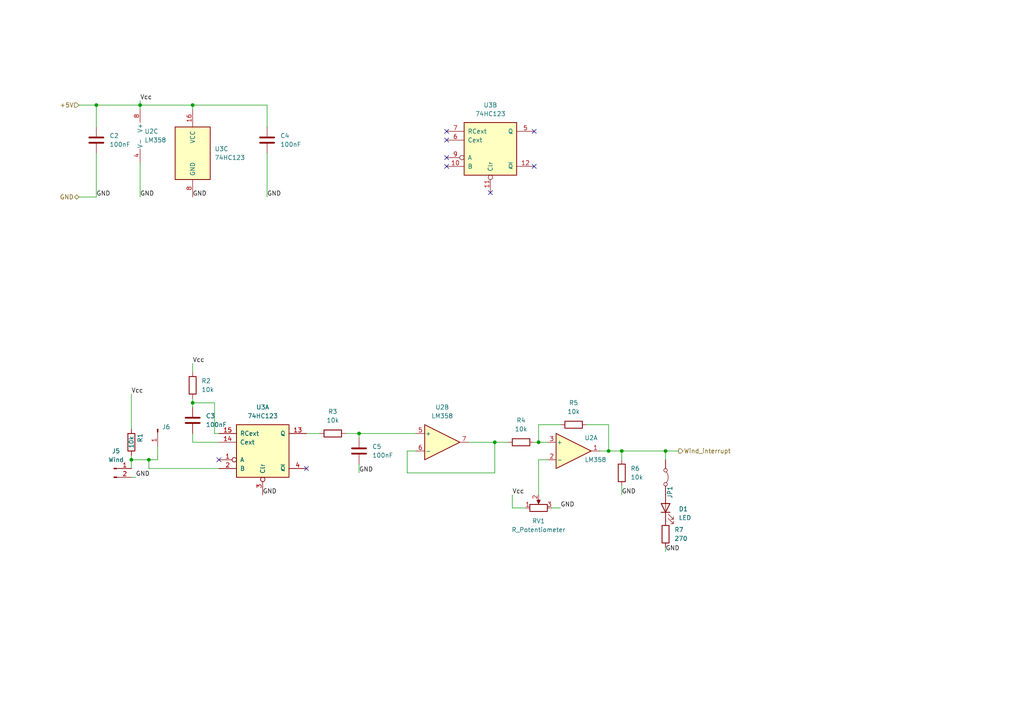
<source format=kicad_sch>
(kicad_sch (version 20231120) (generator "eeschema") (generator_version "8.0")
  (paper "A4")
  (title_block (title "Wind handler") (date "2024-04-17") (rev "1.0"))
  (lib_symbols
    (symbol "74xx:74HC123" (pin_names (offset 1.016))
      (property "Reference" "U" (at -7.62 8.89 0))
      (property "Value" "74HC123" (at -7.62 -8.89 0))
      (symbol "74HC123_1_0"
        (pin input inverted (at -12.7 -2.54 0) (length 5.08) (name "A") (number "1"))
        (pin output line (at 12.7 5.08 180) (length 5.08) (name "Q") (number "13"))
        (pin input line (at -12.7 2.54 0) (length 5.08) (name "Cext") (number "14"))
        (pin input line (at -12.7 5.08 0) (length 5.08) (name "RCext") (number "15"))
        (pin input line (at -12.7 -5.08 0) (length 5.08) (name "B") (number "2"))
        (pin input inverted (at 0 -12.7 90) (length 5.08) (name "Clr") (number "3"))
        (pin output line (at 12.7 -5.08 180) (length 5.08) (name "~{Q}") (number "4"))
      )
      (symbol "74HC123_1_1"
        (rectangle (start -7.62 7.62) (end 7.62 -7.62) (stroke (width 0.254)) (fill (type background)))
      )
      (symbol "74HC123_2_0"
        (pin input line (at -12.7 -5.08 0) (length 5.08) (name "B") (number "10"))
        (pin input inverted (at 0 -12.7 90) (length 5.08) (name "Clr") (number "11"))
        (pin output line (at 12.7 -5.08 180) (length 5.08) (name "~{Q}") (number "12"))
        (pin output line (at 12.7 5.08 180) (length 5.08) (name "Q") (number "5"))
        (pin input line (at -12.7 2.54 0) (length 5.08) (name "Cext") (number "6"))
        (pin input line (at -12.7 5.08 0) (length 5.08) (name "RCext") (number "7"))
        (pin input inverted (at -12.7 -2.54 0) (length 5.08) (name "A") (number "9"))
      )
      (symbol "74HC123_2_1"
        (rectangle (start -7.62 7.62) (end 7.62 -7.62) (stroke (width 0.254)) (fill (type background)))
      )
      (symbol "74HC123_3_0"
        (pin power_in line (at 0 12.7 270) (length 5.08) (name "VCC") (number "16"))
        (pin power_in line (at 0 -12.7 90) (length 5.08) (name "GND") (number "8"))
      )
      (symbol "74HC123_3_1"
        (rectangle (start -5.08 7.62) (end 5.08 -7.62) (stroke (width 0.254)) (fill (type background)))
      )
    )
    (symbol "Amplifier_Operational:LM358" (pin_names (offset 0.127))
      (property "Reference" "U" (at 0 5.08 0))
      (property "Value" "LM358" (at 0 -5.08 0))
      (symbol "LM358_1_1"
        (polyline (pts (xy -5.08 5.08) (xy 5.08 0) (xy -5.08 -5.08) (xy -5.08 5.08)) (stroke (width 0.254)) (fill (type background)))
        (pin output line (at 7.62 0 180) (length 2.54) (name "~") (number "1"))
        (pin input line (at -7.62 -2.54 0) (length 2.54) (name "-") (number "2"))
        (pin input line (at -7.62 2.54 0) (length 2.54) (name "+") (number "3"))
      )
      (symbol "LM358_2_1"
        (polyline (pts (xy -5.08 5.08) (xy 5.08 0) (xy -5.08 -5.08) (xy -5.08 5.08)) (stroke (width 0.254)) (fill (type background)))
        (pin input line (at -7.62 2.54 0) (length 2.54) (name "+") (number "5"))
        (pin input line (at -7.62 -2.54 0) (length 2.54) (name "-") (number "6"))
        (pin output line (at 7.62 0 180) (length 2.54) (name "~") (number "7"))
      )
      (symbol "LM358_3_1"
        (pin power_in line (at -2.54 -7.62 90) (length 3.81) (name "V-") (number "4"))
        (pin power_in line (at -2.54 7.62 270) (length 3.81) (name "V+") (number "8"))
      )
    )
    (symbol "Connector:Conn_01x01_Pin" (pin_names (offset 1.016) hide)
      (property "Reference" "J" (at 0 2.54 0))
      (property "Value" "Conn_01x01_Pin" (at 0 -2.54 0))
      (symbol "Conn_01x01_Pin_1_1"
        (polyline (pts (xy 1.27 0) (xy 0.8636 0)) (stroke (width 0.1524)))
        (rectangle (start 0.8636 0.127) (end 0 -0.127) (stroke (width 0.1524)) (fill (type outline)))
        (pin passive line (at 5.08 0 180) (length 3.81) (name "Pin_1") (number "1"))
      )
    )
    (symbol "Connector:Conn_01x02_Pin" (pin_names (offset 1.016) hide)
      (property "Reference" "J" (at 0 2.54 0))
      (property "Value" "Conn_01x02_Pin" (at 0 -5.08 0))
      (symbol "Conn_01x02_Pin_1_1"
        (polyline (pts (xy 1.27 -2.54) (xy 0.8636 -2.54)) (stroke (width 0.1524)))
        (polyline (pts (xy 1.27 0) (xy 0.8636 0)) (stroke (width 0.1524)))
        (rectangle (start 0.8636 -2.413) (end 0 -2.667) (stroke (width 0.1524)) (fill (type outline)))
        (rectangle (start 0.8636 0.127) (end 0 -0.127) (stroke (width 0.1524)) (fill (type outline)))
        (pin passive line (at 5.08 0 180) (length 3.81) (name "Pin_1") (number "1"))
        (pin passive line (at 5.08 -2.54 180) (length 3.81) (name "Pin_2") (number "2"))
      )
    )
    (symbol "Device:C" (pin_numbers hide) (pin_names (offset 0.254))
      (property "Reference" "C" (at 0.635 2.54 0))
      (property "Value" "C" (at 0.635 -2.54 0))
      (symbol "C_0_1"
        (polyline (pts (xy -2.032 -0.762) (xy 2.032 -0.762)) (stroke (width 0.508)))
        (polyline (pts (xy -2.032 0.762) (xy 2.032 0.762)) (stroke (width 0.508)))
      )
      (symbol "C_1_1"
        (pin passive line (at 0 3.81 270) (length 2.794) (name "~") (number "1"))
        (pin passive line (at 0 -3.81 90) (length 2.794) (name "~") (number "2"))
      )
    )
    (symbol "Device:LED" (pin_numbers hide) (pin_names (offset 1.016) hide)
      (property "Reference" "D" (at 0 2.54 0))
      (property "Value" "LED" (at 0 -2.54 0))
      (symbol "LED_0_1"
        (polyline (pts (xy -1.27 -1.27) (xy -1.27 1.27)) (stroke (width 0.254)))
        (polyline (pts (xy -1.27 0) (xy 1.27 0)))
        (polyline (pts (xy 1.27 -1.27) (xy 1.27 1.27) (xy -1.27 0) (xy 1.27 -1.27)) (stroke (width 0.254)))
        (polyline (pts (xy -3.048 -0.762) (xy -4.572 -2.286) (xy -3.81 -2.286) (xy -4.572 -2.286) (xy -4.572 -1.524)))
        (polyline (pts (xy -1.778 -0.762) (xy -3.302 -2.286) (xy -2.54 -2.286) (xy -3.302 -2.286) (xy -3.302 -1.524)))
      )
      (symbol "LED_1_1"
        (pin passive line (at -3.81 0 0) (length 2.54) (name "K") (number "1"))
        (pin passive line (at 3.81 0 180) (length 2.54) (name "A") (number "2"))
      )
    )
    (symbol "Device:R" (pin_numbers hide) (pin_names (offset 0))
      (property "Reference" "R" (at 2.032 0 90))
      (property "Value" "R" (at 0 0 90))
      (symbol "R_0_1"
        (rectangle (start -1.016 -2.54) (end 1.016 2.54) (stroke (width 0.254)))
      )
      (symbol "R_1_1"
        (pin passive line (at 0 3.81 270) (length 1.27) (name "~") (number "1"))
        (pin passive line (at 0 -3.81 90) (length 1.27) (name "~") (number "2"))
      )
    )
    (symbol "Device:R_Potentiometer" (pin_names (offset 1.016) hide)
      (property "Reference" "RV" (at -4.445 0 90))
      (property "Value" "R_Potentiometer" (at -2.54 0 90))
      (symbol "R_Potentiometer_0_1"
        (polyline (pts (xy 2.54 0) (xy 1.524 0)))
        (polyline (pts (xy 1.143 0) (xy 2.286 0.508) (xy 2.286 -0.508) (xy 1.143 0)) (fill (type outline)))
        (rectangle (start 1.016 2.54) (end -1.016 -2.54) (stroke (width 0.254)))
      )
      (symbol "R_Potentiometer_1_1"
        (pin passive line (at 0 3.81 270) (length 1.27) (name "1") (number "1"))
        (pin passive line (at 3.81 0 180) (length 1.27) (name "2") (number "2"))
        (pin passive line (at 0 -3.81 90) (length 1.27) (name "3") (number "3"))
      )
    )
    (symbol "Jumper:Jumper_2_Bridged" (pin_numbers hide) (pin_names (offset 0) hide) (exclude_from_sim yes)
      (property "Reference" "JP" (at 0 1.905 0))
      (property "Value" "Jumper_2_Bridged" (at 0 -2.54 0))
      (symbol "Jumper_2_Bridged_0_0"
        (circle (center -2.032 0) (radius 0.508))
        (circle (center 2.032 0) (radius 0.508))
      )
      (symbol "Jumper_2_Bridged_0_1"
        (arc (start 1.524 0.254) (mid 0 0.762) (end -1.524 0.254))
      )
      (symbol "Jumper_2_Bridged_1_1"
        (pin passive line (at -5.08 0 0) (length 2.54) (name "A") (number "1"))
        (pin passive line (at 5.08 0 180) (length 2.54) (name "B") (number "2"))
      )
    )
  )
  (junction (at 156.21 128.27))
  (junction (at 55.88 30.48))
  (junction (at 43.18 133.35))
  (junction (at 180.34 130.81))
  (junction (at 55.88 116.84))
  (junction (at 104.14 125.73))
  (junction (at 193.04 130.81))
  (junction (at 38.1 133.35))
  (junction (at 40.64 30.48))
  (junction (at 27.94 30.48))
  (junction (at 176.53 130.81))
  (junction (at 143.51 128.27))
  (no_connect (at 129.54 38.1))
  (no_connect (at 142.24 55.88))
  (no_connect (at 154.94 48.26))
  (no_connect (at 154.94 38.1))
  (no_connect (at 129.54 40.64))
  (no_connect (at 129.54 48.26))
  (no_connect (at 88.9 135.89))
  (no_connect (at 129.54 45.72))
  (no_connect (at 63.5 133.35))
  (wire (pts (xy 143.51 128.27) (xy 147.32 128.27)))
  (wire (pts (xy 148.59 147.32) (xy 152.4 147.32)))
  (wire (pts (xy 176.53 123.19) (xy 176.53 130.81)))
  (wire (pts (xy 104.14 125.73) (xy 120.65 125.73)))
  (wire (pts (xy 104.14 125.73) (xy 104.14 127)))
  (wire (pts (xy 120.65 130.81) (xy 118.11 130.81)))
  (wire (pts (xy 162.56 123.19) (xy 156.21 123.19)))
  (wire (pts (xy 55.88 31.75) (xy 55.88 30.48)))
  (wire (pts (xy 43.18 133.35) (xy 45.72 133.35)))
  (wire (pts (xy 193.04 158.75) (xy 193.04 160.02)))
  (wire (pts (xy 40.64 30.48) (xy 55.88 30.48)))
  (wire (pts (xy 143.51 137.16) (xy 143.51 128.27)))
  (wire (pts (xy 118.11 130.81) (xy 118.11 137.16)))
  (wire (pts (xy 38.1 133.35) (xy 43.18 133.35)))
  (wire (pts (xy 180.34 133.35) (xy 180.34 130.81)))
  (wire (pts (xy 27.94 44.45) (xy 27.94 57.15)))
  (wire (pts (xy 55.88 105.41) (xy 55.88 107.95)))
  (wire (pts (xy 38.1 133.35) (xy 38.1 135.89)))
  (wire (pts (xy 55.88 115.57) (xy 55.88 116.84)))
  (wire (pts (xy 156.21 123.19) (xy 156.21 128.27)))
  (wire (pts (xy 77.47 44.45) (xy 77.47 57.15)))
  (wire (pts (xy 180.34 130.81) (xy 193.04 130.81)))
  (wire (pts (xy 38.1 132.08) (xy 38.1 133.35)))
  (wire (pts (xy 143.51 128.27) (xy 135.89 128.27)))
  (wire (pts (xy 62.23 125.73) (xy 62.23 116.84)))
  (wire (pts (xy 22.86 57.15) (xy 27.94 57.15)))
  (wire (pts (xy 170.18 123.19) (xy 176.53 123.19)))
  (wire (pts (xy 55.88 116.84) (xy 62.23 116.84)))
  (wire (pts (xy 173.99 130.81) (xy 176.53 130.81)))
  (wire (pts (xy 38.1 138.43) (xy 39.37 138.43)))
  (wire (pts (xy 118.11 137.16) (xy 143.51 137.16)))
  (wire (pts (xy 104.14 134.62) (xy 104.14 137.16)))
  (wire (pts (xy 45.72 129.54) (xy 45.72 133.35)))
  (wire (pts (xy 40.64 30.48) (xy 40.64 31.75)))
  (wire (pts (xy 100.33 125.73) (xy 104.14 125.73)))
  (wire (pts (xy 160.02 147.32) (xy 162.56 147.32)))
  (wire (pts (xy 55.88 30.48) (xy 77.47 30.48)))
  (wire (pts (xy 158.75 133.35) (xy 156.21 133.35)))
  (wire (pts (xy 55.88 125.73) (xy 55.88 128.27)))
  (wire (pts (xy 63.5 128.27) (xy 55.88 128.27)))
  (wire (pts (xy 193.04 130.81) (xy 193.04 133.35)))
  (wire (pts (xy 156.21 133.35) (xy 156.21 143.51)))
  (wire (pts (xy 180.34 140.97) (xy 180.34 143.51)))
  (wire (pts (xy 55.88 116.84) (xy 55.88 118.11)))
  (wire (pts (xy 156.21 128.27) (xy 158.75 128.27)))
  (wire (pts (xy 43.18 135.89) (xy 43.18 133.35)))
  (wire (pts (xy 40.64 29.21) (xy 40.64 30.48)))
  (wire (pts (xy 22.86 30.48) (xy 27.94 30.48)))
  (wire (pts (xy 27.94 30.48) (xy 27.94 36.83)))
  (wire (pts (xy 88.9 125.73) (xy 92.71 125.73)))
  (wire (pts (xy 77.47 36.83) (xy 77.47 30.48)))
  (wire (pts (xy 148.59 143.51) (xy 148.59 147.32)))
  (wire (pts (xy 154.94 128.27) (xy 156.21 128.27)))
  (wire (pts (xy 176.53 130.81) (xy 180.34 130.81)))
  (wire (pts (xy 63.5 125.73) (xy 62.23 125.73)))
  (wire (pts (xy 193.04 130.81) (xy 196.85 130.81)))
  (wire (pts (xy 63.5 135.89) (xy 43.18 135.89)))
  (wire (pts (xy 27.94 30.48) (xy 40.64 30.48)))
  (wire (pts (xy 40.64 46.99) (xy 40.64 57.15)))
  (wire (pts (xy 38.1 114.3) (xy 38.1 124.46)))
  (label "GND" (at 180.34 143.51 0))
  (label "GND" (at 27.94 57.15 0))
  (label "GND" (at 104.14 137.16 0))
  (label "GND" (at 55.88 57.15 0))
  (label "GND" (at 162.56 147.32 0))
  (label "Vcc" (at 55.88 105.41 0))
  (label "GND" (at 77.47 57.15 0))
  (label "GND" (at 76.2 143.51 0))
  (label "GND" (at 193.04 160.02 0))
  (label "Vcc" (at 40.64 29.21 0))
  (label "GND" (at 39.37 138.43 0))
  (label "GND" (at 40.64 57.15 0))
  (label "Vcc" (at 148.59 143.51 0))
  (label "Vcc" (at 38.1 114.3 0))
  (hierarchical_label "Wind_interrupt" (shape output) (at 196.85 130.81 0))
  (hierarchical_label "GND" (shape bidirectional) (at 22.86 57.15 180))
  (hierarchical_label "+5V" (shape input) (at 22.86 30.48 180))
  (symbol (lib_id "74xx:74HC123") (at 55.88 44.45 0) (unit 3)
    (property "Reference" "U3" (at 62.23 43.1799 0) (effects (justify left)))
    (property "Value" "74HC123" (at 62.23 45.7199 0) (effects (justify left)))
    (property "Footprint" "Package_DIP:DIP-16_W7.62mm_Socket" (effects (hide yes)))
    (property "Datasheet" "https://assets.nexperia.com/documents/data-sheet/74HC_HCT123.pdf" (effects (hide yes)))
    (property "Description" "Dual retriggerable monostable multivibrator" (effects (hide yes)))
    (instances (project "Weather" (path "" (reference "U3") (unit 3))) (project "Tracker" (path "" (reference "U40") (unit 3))))
  )
  (symbol (lib_id "Device:LED") (at 193.04 147.32 90) (unit 1)
    (property "Reference" "D1" (at 196.85 147.6375 90) (effects (justify right)))
    (property "Value" "LED" (at 196.85 150.1775 90) (effects (justify right)))
    (property "Footprint" "LED_THT:LED_D3.0mm" (effects (hide yes)))
    (instances (project "Weather" (path "" (reference "D1") (unit 1))) (project "Tracker" (path "" (reference "D18") (unit 1))))
  )
  (symbol (lib_id "74xx:74HC123") (at 76.2 130.81 0) (unit 1)
    (property "Reference" "U3" (at 76.2 118.11 0))
    (property "Value" "74HC123" (at 76.2 120.65 0))
    (property "Footprint" "Package_DIP:DIP-16_W7.62mm_Socket" (effects (hide yes)))
    (property "Datasheet" "https://assets.nexperia.com/documents/data-sheet/74HC_HCT123.pdf" (effects (hide yes)))
    (property "Description" "Dual retriggerable monostable multivibrator" (effects (hide yes)))
    (instances (project "Weather" (path "" (reference "U3") (unit 1))) (project "Tracker" (path "" (reference "U40") (unit 1))))
  )
  (symbol (lib_id "Device:R") (at 96.52 125.73 90) (unit 1)
    (property "Reference" "R3" (at 96.52 119.38 90))
    (property "Value" "10k" (at 96.52 121.92 90))
    (property "Footprint" "Resistor_THT:R_Axial_DIN0207_L6.3mm_D2.5mm_P7.62mm_Horizontal" (effects (hide yes)))
    (instances (project "Weather" (path "" (reference "R3") (unit 1))) (project "Tracker" (path "" (reference "R201") (unit 1))))
  )
  (symbol (lib_id "Amplifier_Operational:LM358") (at 166.37 130.81 0) (unit 1)
    (property "Reference" "U2" (at 171.45 127 0))
    (property "Value" "LM358" (at 172.72 133.35 0))
    (property "Footprint" "Package_DIP:DIP-8_W7.62mm_Socket" (effects (hide yes)))
    (property "Datasheet" "http://www.ti.com/lit/ds/symlink/lm2904-n.pdf" (effects (hide yes)))
    (instances (project "Weather" (path "" (reference "U2") (unit 1))) (project "Tracker" (path "" (reference "U41") (unit 1))))
  )
  (symbol (lib_id "Device:R_Potentiometer") (at 156.21 147.32 90) (unit 1)
    (property "Reference" "RV1" (at 156.21 151.13 90))
    (property "Value" "R_Potentiometer" (at 156.21 153.67 90))
    (property "Footprint" "Potentiometer_THT:Potentiometer_Bourns_3266Y_Vertical" (effects (hide yes)))
    (instances (project "Weather" (path "" (reference "RV1") (unit 1))) (project "Tracker" (path "" (reference "RV2") (unit 1))))
  )
  (symbol (lib_id "Device:C") (at 55.88 121.92 0) (unit 1)
    (property "Reference" "C3" (at 59.69 120.65 0) (effects (justify left)))
    (property "Value" "100nF" (at 59.69 123.19 0) (effects (justify left)))
    (property "Footprint" "Capacitor_SMD:C_0603_1608Metric" (effects (hide yes)))
  )
  (symbol (lib_id "Device:C") (at 77.47 40.64 0) (unit 1)
    (property "Reference" "C4" (at 81.28 39.37 0) (effects (justify left)))
    (property "Value" "100nF" (at 81.28 41.91 0) (effects (justify left)))
    (property "Footprint" "Capacitor_THT:C_Radial_D5.0mm_H11.0mm_P2.00mm" (effects (hide yes)))
  )
  (symbol (lib_id "Jumper:Jumper_2_Bridged") (at 193.04 138.43 270) (unit 1) (exclude_from_sim yes)
    (property "Reference" "JP1" (at 194.31 142.748 0))
    (property "Value" "Jumper" (effects (hide yes)))
    (property "Footprint" "Connector_PinHeader_2.54mm:PinHeader_1x02_P2.54mm_Vertical" (effects (hide yes)))
    (property "Description" "Jumper, 2-pole, closed/bridged" (effects (hide yes)))
    (instances (project "Weather" (path "" (reference "JP1") (unit 1))) (project "Tracker" (path "" (reference "JP8") (unit 1))))
  )
  (symbol (lib_id "Device:R") (at 166.37 123.19 90) (unit 1)
    (property "Reference" "R5" (at 166.37 116.84 90))
    (property "Value" "10k" (at 166.37 119.38 90))
    (property "Footprint" "Resistor_THT:R_Axial_DIN0207_L6.3mm_D2.5mm_P7.62mm_Horizontal" (effects (hide yes)))
    (instances (project "Weather" (path "" (reference "R5") (unit 1))) (project "Tracker" (path "" (reference "R51") (unit 1))))
  )
  (symbol (lib_id "Device:R") (at 193.04 154.94 0) (unit 1)
    (property "Reference" "R7" (at 195.58 153.67 0) (effects (justify left)))
    (property "Value" "270" (at 195.58 156.21 0) (effects (justify left)))
    (property "Footprint" "Resistor_THT:R_Axial_DIN0207_L6.3mm_D2.5mm_P7.62mm_Horizontal" (effects (hide yes)))
    (instances (project "Weather" (path "" (reference "R7") (unit 1))) (project "Tracker" (path "" (reference "R28") (unit 1))))
  )
  (symbol (lib_id "Device:C") (at 27.94 40.64 0) (unit 1)
    (property "Reference" "C2" (at 31.75 39.37 0) (effects (justify left)))
    (property "Value" "100nF" (at 31.75 41.91 0) (effects (justify left)))
    (property "Footprint" "Capacitor_THT:C_Radial_D5.0mm_H11.0mm_P2.00mm" (effects (hide yes)))
  )
  (symbol (lib_id "Device:R") (at 180.34 137.16 180) (unit 1)
    (property "Reference" "R6" (at 182.88 135.8899 0) (effects (justify right)))
    (property "Value" "10k" (at 182.88 138.4299 0) (effects (justify right)))
    (property "Footprint" "Resistor_THT:R_Axial_DIN0207_L6.3mm_D2.5mm_P7.62mm_Horizontal" (effects (hide yes)))
    (instances (project "Weather" (path "" (reference "R6") (unit 1))) (project "Tracker" (path "" (reference "R52") (unit 1))))
  )
  (symbol (lib_id "Connector:Conn_01x01_Pin") (at 45.72 124.46 270) (unit 1)
    (property "Reference" "J6" (at 46.99 123.8249 90) (effects (justify left)))
    (property "Value" "RAW_data_Wind" (effects (hide yes)))
    (property "Footprint" "Connector_PinHeader_2.54mm:PinHeader_1x01_P2.54mm_Vertical" (effects (hide yes)))
    (property "Description" "Generic connector, single row, 01x01, script generated" (effects (hide yes)))
    (instances (project "Weather" (path "" (reference "J6") (unit 1))) (project "Tracker" (path "" (reference "J13") (unit 1))))
  )
  (symbol (lib_id "Device:R") (at 55.88 111.76 0) (unit 1)
    (property "Reference" "R2" (at 58.42 110.4899 0) (effects (justify left)))
    (property "Value" "10k" (at 58.42 113.0299 0) (effects (justify left)))
    (property "Footprint" "Resistor_THT:R_Axial_DIN0207_L6.3mm_D2.5mm_P7.62mm_Horizontal" (effects (hide yes)))
    (instances (project "Weather" (path "" (reference "R2") (unit 1))) (project "Tracker" (path "" (reference "R205") (unit 1))))
  )
  (symbol (lib_id "Device:C") (at 104.14 130.81 0) (unit 1)
    (property "Reference" "C5" (at 107.95 129.54 0) (effects (justify left)))
    (property "Value" "100nF" (at 107.95 132.08 0) (effects (justify left)))
    (property "Footprint" "Capacitor_SMD:C_0603_1608Metric" (effects (hide yes)))
  )
  (symbol (lib_id "Amplifier_Operational:LM358") (at 128.27 128.27 0) (unit 2)
    (property "Reference" "U2" (at 128.27 118.11 0))
    (property "Value" "LM358" (at 128.27 120.65 0))
    (property "Footprint" "Package_DIP:DIP-8_W7.62mm_Socket" (effects (hide yes)))
    (property "Datasheet" "http://www.ti.com/lit/ds/symlink/lm2904-n.pdf" (effects (hide yes)))
    (property "Description" "Low-Power, Dual Operational Amplifiers, DIP-8/SOIC-8/TO-99-8" (effects (hide yes)))
    (instances (project "Weather" (path "" (reference "U2") (unit 2))) (project "Tracker" (path "" (reference "U41") (unit 2))))
  )
  (symbol (lib_id "Connector:Conn_01x02_Pin") (at 33.02 135.89 0) (unit 1)
    (property "Reference" "J5" (at 33.655 130.81 0))
    (property "Value" "Wind" (at 33.655 133.35 0))
    (property "Footprint" "TerminalBlock_Phoenix:TerminalBlock_Phoenix_MPT-0,5-2-2.54_1x02_P2.54mm_Horizontal" (effects (hide yes)))
    (instances (project "Weather" (path "" (reference "J5") (unit 1))) (project "Tracker" (path "" (reference "J6") (unit 1))))
  )
  (symbol (lib_id "Device:R") (at 151.13 128.27 90) (unit 1)
    (property "Reference" "R4" (at 151.13 121.92 90))
    (property "Value" "10k" (at 151.13 124.46 90))
    (property "Footprint" "Resistor_THT:R_Axial_DIN0207_L6.3mm_D2.5mm_P7.62mm_Horizontal" (effects (hide yes)))
    (instances (project "Weather" (path "" (reference "R4") (unit 1))) (project "Tracker" (path "" (reference "R50") (unit 1))))
  )
  (symbol (lib_id "Device:R") (at 38.1 128.27 0) (unit 1)
    (property "Reference" "R1" (at 40.64 127 90))
    (property "Value" "10k" (at 38.1 128.27 90))
    (property "Footprint" "Resistor_THT:R_Axial_DIN0207_L6.3mm_D2.5mm_P7.62mm_Horizontal" (effects (hide yes)))
    (instances (project "Weather" (path "" (reference "R1") (unit 1))) (project "Tracker" (path "" (reference "R200") (unit 1))))
  )
  (symbol (lib_id "Amplifier_Operational:LM358") (at 43.18 39.37 0) (unit 3)
    (property "Reference" "U2" (at 41.91 38.0999 0) (effects (justify left)))
    (property "Value" "LM358" (at 41.91 40.6399 0) (effects (justify left)))
    (property "Footprint" "Package_DIP:DIP-8_W7.62mm_Socket" (effects (hide yes)))
    (property "Datasheet" "http://www.ti.com/lit/ds/symlink/lm2904-n.pdf" (effects (hide yes)))
    (instances (project "Weather" (path "" (reference "U2") (unit 3))) (project "Tracker" (path "" (reference "U41") (unit 3))))
  )
  (symbol (lib_id "74xx:74HC123") (at 142.24 43.18 0) (unit 2)
    (property "Reference" "U3" (at 142.24 30.48 0))
    (property "Value" "74HC123" (at 142.24 33.02 0))
    (property "Footprint" "Package_DIP:DIP-16_W7.62mm_Socket" (effects (hide yes)))
    (property "Datasheet" "https://assets.nexperia.com/documents/data-sheet/74HC_HCT123.pdf" (effects (hide yes)))
    (property "Description" "Dual retriggerable monostable multivibrator" (effects (hide yes)))
    (instances (project "Weather" (path "" (reference "U3") (unit 2))) (project "Tracker" (path "" (reference "U40") (unit 2))))
  )
)
</source>
